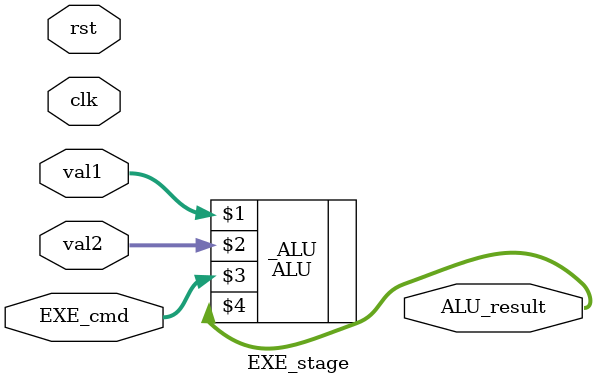
<source format=v>
module EXE_stage (
    input clk,    // Clock
    input rst,  // Asynchronous reset active high
    input [31:0] val2, val1,
    input [3:0] EXE_cmd,
    output [31:0] ALU_result
);
    ALU _ALU(val1, val2, EXE_cmd, ALU_result);
endmodule
</source>
